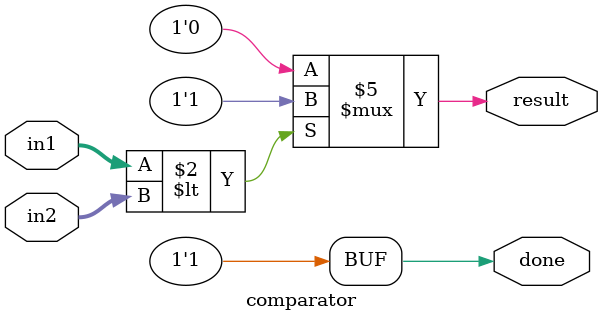
<source format=v>
module multiplier #(
    parameter IN_WIDTH = 8  // Input width (default: 8-bit)
)(
    input wire [IN_WIDTH-1:0] in1, 
    input wire [IN_WIDTH-1:0] in2,
    output reg [IN_WIDTH+IN_WIDTH-1:0] out,
    output reg done
);
    initial begin
        done = 1'b0;
    end

    always @(*) begin
        done = 1'b0;
        // $display("Time: %0t | MULTIPLIER: Received inputs -> in1 = %d, in2 = %d, done = %b", $time, in1, in2, done);
        out = in1 * in2;
        done = 1'b1;
        // $display("Time: %0t | MULTIPLIER: Computation done -> out = %d, done = %b", $time, out, done);
    end
endmodule

module adder_subtractor #(
    parameter WIDTH = 16 // Default input width
)(
    input wire [WIDTH-1:0] in1, 
    input wire [WIDTH-1:0] in2,
    input wire add_sub, // 0 for addition, 1 for subtraction
    output reg [WIDTH:0] out, // Extra bit for carry/borrow
    output reg done
);
    initial begin
        done = 1'b0;
    end

    always @(*) begin
        done = 1'b0;
        // $display("Time: %0t | ADDER_SUBTRACTOR: Received inputs -> in1 = %d, in2 = %d, add_sub = %b, done= %b", $time, in1, in2, add_sub,done);
        if (add_sub)begin
            out = {1'b0, in1} - {1'b0, in2}; // Extend to handle borrow
        // $display("Time: %0t | ADDER_SUBTRACTOR: Performing SUBTRACTION -> out = %d", $time, out);
        end
        else begin
            out = {1'b0, in1} + {1'b0, in2}; // Extend to handle carry
        // $display("Time: %0t | ADDER_SUBTRACTOR: Performing ADDITION -> out = %d", $time, out);
        end
        done = 1'b1;
        // $display("Time: %0t | ADDER_SUBTRACTOR: Computation done -> out = %d, done = %b", $time, out, done);
    end
endmodule

module comparator #(parameter WIDTH = 8) // Parameterized bit-width for flexibility
(
    input wire [WIDTH-1:0] in1, 
    input wire [WIDTH-1:0] in2,
    output reg result,  // Output is 1 if in1 < in2, else 0
    output reg done
);
 initial begin
        done = 1'b0;
    end
    always @(*) begin
        done = 1'b0;
        if (in1 < in2)
            result = 1;
        else
            result = 0;
        done = 1'b1;
    end
endmodule





</source>
